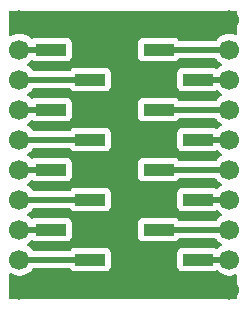
<source format=gbl>
G04 #@! TF.GenerationSoftware,KiCad,Pcbnew,9.0.6*
G04 #@! TF.CreationDate,2025-12-31T23:13:25-06:00*
G04 #@! TF.ProjectId,QFN-16_3x3,51464e2d-3136-45f3-9378-332e6b696361,rev?*
G04 #@! TF.SameCoordinates,Original*
G04 #@! TF.FileFunction,Copper,L2,Bot*
G04 #@! TF.FilePolarity,Positive*
%FSLAX46Y46*%
G04 Gerber Fmt 4.6, Leading zero omitted, Abs format (unit mm)*
G04 Created by KiCad (PCBNEW 9.0.6) date 2025-12-31 23:13:25*
%MOMM*%
%LPD*%
G01*
G04 APERTURE LIST*
G04 Aperture macros list*
%AMRotRect*
0 Rectangle, with rotation*
0 The origin of the aperture is its center*
0 $1 length*
0 $2 width*
0 $3 Rotation angle, in degrees counterclockwise*
0 Add horizontal line*
21,1,$1,$2,0,0,$3*%
G04 Aperture macros list end*
G04 #@! TA.AperFunction,HeatsinkPad*
%ADD10C,0.500000*%
G04 #@! TD*
G04 #@! TA.AperFunction,HeatsinkPad*
%ADD11RotRect,1.700000X1.700000X315.000000*%
G04 #@! TD*
G04 #@! TA.AperFunction,ComponentPad*
%ADD12C,1.700000*%
G04 #@! TD*
G04 #@! TA.AperFunction,SMDPad,CuDef*
%ADD13R,2.510000X1.000000*%
G04 #@! TD*
G04 #@! TA.AperFunction,Conductor*
%ADD14C,0.500000*%
G04 #@! TD*
G04 APERTURE END LIST*
D10*
X130810000Y-117871492D03*
X131658528Y-117022964D03*
D11*
X130810000Y-117022964D03*
D10*
X129961472Y-117022964D03*
X130810000Y-116174436D03*
D12*
X121920000Y-132080000D03*
X121920000Y-129540000D03*
X121920000Y-127000001D03*
X121920000Y-124460000D03*
X121920000Y-121920000D03*
X121920000Y-119380000D03*
X121920000Y-116840000D03*
X121920000Y-114299999D03*
X121920000Y-111760000D03*
X121920000Y-109220000D03*
X139700000Y-132080001D03*
X139700000Y-129540001D03*
X139700000Y-127000001D03*
X139700000Y-124460001D03*
X139700000Y-121920001D03*
X139700000Y-119380001D03*
X139700000Y-116840001D03*
X139700000Y-114300001D03*
X139700000Y-111760001D03*
X139700000Y-109220001D03*
D13*
X124610000Y-132080000D03*
X127920000Y-129540000D03*
X124610000Y-127000000D03*
X127920000Y-124460000D03*
X124610000Y-121920000D03*
X127920000Y-119380000D03*
X124610000Y-116840000D03*
X127920000Y-114300000D03*
X124610000Y-111760000D03*
X127920000Y-109220000D03*
X137010000Y-109220000D03*
X133700000Y-111760000D03*
X137010000Y-114300000D03*
X133700000Y-116840000D03*
X137010000Y-119380000D03*
X133700000Y-121920000D03*
X137010000Y-124460000D03*
X133700000Y-127000000D03*
X137010000Y-129540000D03*
X133700000Y-132080000D03*
D14*
X124610000Y-132080000D02*
X121920000Y-132080000D01*
X133700001Y-132080001D02*
X133700000Y-132080000D01*
X139700000Y-132080001D02*
X133700001Y-132080001D01*
X139699999Y-129540000D02*
X139700000Y-129540001D01*
X137010000Y-129540000D02*
X139699999Y-129540000D01*
X121920000Y-129540000D02*
X127920000Y-129540000D01*
X121920001Y-127000000D02*
X121920000Y-127000001D01*
X124610000Y-127000000D02*
X121920001Y-127000000D01*
X139700000Y-127000001D02*
X133700001Y-127000001D01*
X133700001Y-127000001D02*
X133700000Y-127000000D01*
X137010001Y-124460001D02*
X137010000Y-124460000D01*
X139700000Y-124460001D02*
X137010001Y-124460001D01*
X121920000Y-124460000D02*
X127920000Y-124460000D01*
X124610000Y-121920000D02*
X121920000Y-121920000D01*
X133700001Y-121920001D02*
X133700000Y-121920000D01*
X139700000Y-121920001D02*
X133700001Y-121920001D01*
X139699999Y-119380000D02*
X139700000Y-119380001D01*
X137010000Y-119380000D02*
X139699999Y-119380000D01*
X121920000Y-119380000D02*
X127920000Y-119380000D01*
X124610000Y-116840000D02*
X121920000Y-116840000D01*
X133700001Y-116840001D02*
X133700000Y-116840000D01*
X139700000Y-116840001D02*
X133700001Y-116840001D01*
X139699999Y-114300000D02*
X139700000Y-114300001D01*
X137010000Y-114300000D02*
X139699999Y-114300000D01*
X127919999Y-114299999D02*
X127920000Y-114300000D01*
X121920000Y-114299999D02*
X127919999Y-114299999D01*
X124610000Y-111760000D02*
X121920000Y-111760000D01*
X139700000Y-111760001D02*
X133700001Y-111760001D01*
X133700001Y-111760001D02*
X133700000Y-111760000D01*
X139699999Y-109220000D02*
X139700000Y-109220001D01*
X137010000Y-109220000D02*
X139699999Y-109220000D01*
X127920000Y-109220000D02*
X121920000Y-109220000D01*
G04 #@! TA.AperFunction,Conductor*
G36*
X140284538Y-108473544D02*
G01*
X140330293Y-108526348D01*
X140341499Y-108577859D01*
X140341499Y-110377766D01*
X140321814Y-110444805D01*
X140269010Y-110490560D01*
X140199852Y-110500504D01*
X140179181Y-110495697D01*
X140016240Y-110442754D01*
X139854957Y-110417209D01*
X139806287Y-110409501D01*
X139593713Y-110409501D01*
X139545042Y-110417209D01*
X139383760Y-110442754D01*
X139181585Y-110508445D01*
X138992179Y-110604952D01*
X138820213Y-110729891D01*
X138669892Y-110880212D01*
X138613097Y-110958386D01*
X138557767Y-111001052D01*
X138512779Y-111009501D01*
X135454751Y-111009501D01*
X135387712Y-110989816D01*
X135355485Y-110959813D01*
X135328373Y-110923596D01*
X135312546Y-110902454D01*
X135312544Y-110902453D01*
X135312544Y-110902452D01*
X135197335Y-110816206D01*
X135197328Y-110816202D01*
X135062482Y-110765908D01*
X135062483Y-110765908D01*
X135002883Y-110759501D01*
X135002881Y-110759500D01*
X135002873Y-110759500D01*
X135002864Y-110759500D01*
X132397129Y-110759500D01*
X132397123Y-110759501D01*
X132337516Y-110765908D01*
X132202671Y-110816202D01*
X132202664Y-110816206D01*
X132087455Y-110902452D01*
X132087452Y-110902455D01*
X132001206Y-111017664D01*
X132001202Y-111017671D01*
X131950908Y-111152517D01*
X131944501Y-111212116D01*
X131944501Y-111212123D01*
X131944500Y-111212135D01*
X131944500Y-112307870D01*
X131944501Y-112307876D01*
X131950908Y-112367483D01*
X132001202Y-112502328D01*
X132001206Y-112502335D01*
X132087452Y-112617544D01*
X132087455Y-112617547D01*
X132202664Y-112703793D01*
X132202671Y-112703797D01*
X132337517Y-112754091D01*
X132337516Y-112754091D01*
X132344444Y-112754835D01*
X132397127Y-112760500D01*
X135002872Y-112760499D01*
X135062483Y-112754091D01*
X135197331Y-112703796D01*
X135312546Y-112617546D01*
X135355483Y-112560188D01*
X135411416Y-112518319D01*
X135454749Y-112510501D01*
X138512779Y-112510501D01*
X138579818Y-112530186D01*
X138613097Y-112561616D01*
X138669892Y-112639789D01*
X138820213Y-112790110D01*
X138992182Y-112915051D01*
X139000946Y-112919517D01*
X139051742Y-112967492D01*
X139068536Y-113035313D01*
X139045998Y-113101448D01*
X139000946Y-113140485D01*
X138992182Y-113144950D01*
X138820215Y-113269890D01*
X138712879Y-113377226D01*
X138651556Y-113410710D01*
X138581864Y-113405726D01*
X138550889Y-113388811D01*
X138507331Y-113356204D01*
X138507328Y-113356202D01*
X138372482Y-113305908D01*
X138372483Y-113305908D01*
X138312883Y-113299501D01*
X138312881Y-113299500D01*
X138312873Y-113299500D01*
X138312864Y-113299500D01*
X135707129Y-113299500D01*
X135707123Y-113299501D01*
X135647516Y-113305908D01*
X135512671Y-113356202D01*
X135512664Y-113356206D01*
X135397455Y-113442452D01*
X135397452Y-113442455D01*
X135311206Y-113557664D01*
X135311202Y-113557671D01*
X135260908Y-113692517D01*
X135254501Y-113752116D01*
X135254501Y-113752123D01*
X135254500Y-113752135D01*
X135254500Y-114847870D01*
X135254501Y-114847876D01*
X135260908Y-114907483D01*
X135311202Y-115042328D01*
X135311206Y-115042335D01*
X135397452Y-115157544D01*
X135397455Y-115157547D01*
X135512664Y-115243793D01*
X135512671Y-115243797D01*
X135647517Y-115294091D01*
X135647516Y-115294091D01*
X135654444Y-115294835D01*
X135707127Y-115300500D01*
X138312872Y-115300499D01*
X138372483Y-115294091D01*
X138507331Y-115243796D01*
X138550887Y-115211189D01*
X138616348Y-115186772D01*
X138684621Y-115201622D01*
X138712878Y-115222775D01*
X138820213Y-115330110D01*
X138992182Y-115455051D01*
X139000946Y-115459517D01*
X139051742Y-115507492D01*
X139068536Y-115575313D01*
X139045998Y-115641448D01*
X139000946Y-115680485D01*
X138992182Y-115684950D01*
X138820213Y-115809891D01*
X138669892Y-115960212D01*
X138613097Y-116038386D01*
X138557767Y-116081052D01*
X138512779Y-116089501D01*
X135454751Y-116089501D01*
X135387712Y-116069816D01*
X135355485Y-116039813D01*
X135328373Y-116003596D01*
X135312546Y-115982454D01*
X135312544Y-115982453D01*
X135312544Y-115982452D01*
X135197335Y-115896206D01*
X135197328Y-115896202D01*
X135062482Y-115845908D01*
X135062483Y-115845908D01*
X135002883Y-115839501D01*
X135002881Y-115839500D01*
X135002873Y-115839500D01*
X135002864Y-115839500D01*
X132397129Y-115839500D01*
X132397123Y-115839501D01*
X132337516Y-115845908D01*
X132202671Y-115896202D01*
X132202664Y-115896206D01*
X132087455Y-115982452D01*
X132087452Y-115982455D01*
X132001206Y-116097664D01*
X132001202Y-116097671D01*
X131950908Y-116232517D01*
X131944501Y-116292116D01*
X131944501Y-116292123D01*
X131944500Y-116292135D01*
X131944500Y-117387870D01*
X131944501Y-117387876D01*
X131950908Y-117447483D01*
X132001202Y-117582328D01*
X132001206Y-117582335D01*
X132087452Y-117697544D01*
X132087455Y-117697547D01*
X132202664Y-117783793D01*
X132202671Y-117783797D01*
X132337517Y-117834091D01*
X132337516Y-117834091D01*
X132344444Y-117834835D01*
X132397127Y-117840500D01*
X135002872Y-117840499D01*
X135062483Y-117834091D01*
X135197331Y-117783796D01*
X135312546Y-117697546D01*
X135355483Y-117640188D01*
X135411416Y-117598319D01*
X135454749Y-117590501D01*
X138512779Y-117590501D01*
X138579818Y-117610186D01*
X138613097Y-117641616D01*
X138669892Y-117719789D01*
X138820213Y-117870110D01*
X138992182Y-117995051D01*
X139000946Y-117999517D01*
X139051742Y-118047492D01*
X139068536Y-118115313D01*
X139045998Y-118181448D01*
X139000946Y-118220485D01*
X138992182Y-118224950D01*
X138820215Y-118349890D01*
X138712879Y-118457226D01*
X138651556Y-118490710D01*
X138581864Y-118485726D01*
X138550889Y-118468811D01*
X138507331Y-118436204D01*
X138507328Y-118436202D01*
X138372482Y-118385908D01*
X138372483Y-118385908D01*
X138312883Y-118379501D01*
X138312881Y-118379500D01*
X138312873Y-118379500D01*
X138312864Y-118379500D01*
X135707129Y-118379500D01*
X135707123Y-118379501D01*
X135647516Y-118385908D01*
X135512671Y-118436202D01*
X135512664Y-118436206D01*
X135397455Y-118522452D01*
X135397452Y-118522455D01*
X135311206Y-118637664D01*
X135311202Y-118637671D01*
X135260908Y-118772517D01*
X135254501Y-118832116D01*
X135254501Y-118832123D01*
X135254500Y-118832135D01*
X135254500Y-119927870D01*
X135254501Y-119927876D01*
X135260908Y-119987483D01*
X135311202Y-120122328D01*
X135311206Y-120122335D01*
X135397452Y-120237544D01*
X135397455Y-120237547D01*
X135512664Y-120323793D01*
X135512671Y-120323797D01*
X135647517Y-120374091D01*
X135647516Y-120374091D01*
X135654444Y-120374835D01*
X135707127Y-120380500D01*
X138312872Y-120380499D01*
X138372483Y-120374091D01*
X138507331Y-120323796D01*
X138550887Y-120291189D01*
X138616348Y-120266772D01*
X138684621Y-120281622D01*
X138712878Y-120302775D01*
X138820213Y-120410110D01*
X138992182Y-120535051D01*
X139000946Y-120539517D01*
X139051742Y-120587492D01*
X139068536Y-120655313D01*
X139045998Y-120721448D01*
X139000946Y-120760485D01*
X138992182Y-120764950D01*
X138820213Y-120889891D01*
X138669892Y-121040212D01*
X138613097Y-121118386D01*
X138557767Y-121161052D01*
X138512779Y-121169501D01*
X135454751Y-121169501D01*
X135387712Y-121149816D01*
X135355485Y-121119813D01*
X135328373Y-121083596D01*
X135312546Y-121062454D01*
X135312544Y-121062453D01*
X135312544Y-121062452D01*
X135197335Y-120976206D01*
X135197328Y-120976202D01*
X135062482Y-120925908D01*
X135062483Y-120925908D01*
X135002883Y-120919501D01*
X135002881Y-120919500D01*
X135002873Y-120919500D01*
X135002864Y-120919500D01*
X132397129Y-120919500D01*
X132397123Y-120919501D01*
X132337516Y-120925908D01*
X132202671Y-120976202D01*
X132202664Y-120976206D01*
X132087455Y-121062452D01*
X132087452Y-121062455D01*
X132001206Y-121177664D01*
X132001202Y-121177671D01*
X131950908Y-121312517D01*
X131944501Y-121372116D01*
X131944501Y-121372123D01*
X131944500Y-121372135D01*
X131944500Y-122467870D01*
X131944501Y-122467876D01*
X131950908Y-122527483D01*
X132001202Y-122662328D01*
X132001206Y-122662335D01*
X132087452Y-122777544D01*
X132087455Y-122777547D01*
X132202664Y-122863793D01*
X132202671Y-122863797D01*
X132337517Y-122914091D01*
X132337516Y-122914091D01*
X132344444Y-122914835D01*
X132397127Y-122920500D01*
X135002872Y-122920499D01*
X135062483Y-122914091D01*
X135197331Y-122863796D01*
X135312546Y-122777546D01*
X135355483Y-122720188D01*
X135411416Y-122678319D01*
X135454749Y-122670501D01*
X138512779Y-122670501D01*
X138579818Y-122690186D01*
X138613097Y-122721616D01*
X138669892Y-122799789D01*
X138820213Y-122950110D01*
X138992182Y-123075051D01*
X139000946Y-123079517D01*
X139051742Y-123127492D01*
X139068536Y-123195313D01*
X139045998Y-123261448D01*
X139000946Y-123300485D01*
X138992182Y-123304950D01*
X138820215Y-123429890D01*
X138712879Y-123537226D01*
X138651556Y-123570710D01*
X138581864Y-123565726D01*
X138550889Y-123548811D01*
X138507331Y-123516204D01*
X138507328Y-123516202D01*
X138372482Y-123465908D01*
X138372483Y-123465908D01*
X138312883Y-123459501D01*
X138312881Y-123459500D01*
X138312873Y-123459500D01*
X138312864Y-123459500D01*
X135707129Y-123459500D01*
X135707123Y-123459501D01*
X135647516Y-123465908D01*
X135512671Y-123516202D01*
X135512664Y-123516206D01*
X135397455Y-123602452D01*
X135397452Y-123602455D01*
X135311206Y-123717664D01*
X135311202Y-123717671D01*
X135260908Y-123852517D01*
X135254501Y-123912116D01*
X135254501Y-123912123D01*
X135254500Y-123912135D01*
X135254500Y-125007870D01*
X135254501Y-125007876D01*
X135260908Y-125067483D01*
X135311202Y-125202328D01*
X135311206Y-125202335D01*
X135397452Y-125317544D01*
X135397455Y-125317547D01*
X135512664Y-125403793D01*
X135512671Y-125403797D01*
X135647517Y-125454091D01*
X135647516Y-125454091D01*
X135654444Y-125454835D01*
X135707127Y-125460500D01*
X138312872Y-125460499D01*
X138372483Y-125454091D01*
X138507331Y-125403796D01*
X138550887Y-125371189D01*
X138616348Y-125346772D01*
X138684621Y-125361622D01*
X138712878Y-125382775D01*
X138820213Y-125490110D01*
X138992182Y-125615051D01*
X139000946Y-125619517D01*
X139051742Y-125667492D01*
X139068536Y-125735313D01*
X139045998Y-125801448D01*
X139000946Y-125840485D01*
X138992182Y-125844950D01*
X138820213Y-125969891D01*
X138669892Y-126120212D01*
X138613097Y-126198386D01*
X138557767Y-126241052D01*
X138512779Y-126249501D01*
X135454751Y-126249501D01*
X135387712Y-126229816D01*
X135355485Y-126199813D01*
X135328373Y-126163596D01*
X135312546Y-126142454D01*
X135312544Y-126142453D01*
X135312544Y-126142452D01*
X135197335Y-126056206D01*
X135197328Y-126056202D01*
X135062482Y-126005908D01*
X135062483Y-126005908D01*
X135002883Y-125999501D01*
X135002881Y-125999500D01*
X135002873Y-125999500D01*
X135002864Y-125999500D01*
X132397129Y-125999500D01*
X132397123Y-125999501D01*
X132337516Y-126005908D01*
X132202671Y-126056202D01*
X132202664Y-126056206D01*
X132087455Y-126142452D01*
X132087452Y-126142455D01*
X132001206Y-126257664D01*
X132001202Y-126257671D01*
X131950908Y-126392517D01*
X131944501Y-126452116D01*
X131944501Y-126452123D01*
X131944500Y-126452135D01*
X131944500Y-127547870D01*
X131944501Y-127547876D01*
X131950908Y-127607483D01*
X132001202Y-127742328D01*
X132001206Y-127742335D01*
X132087452Y-127857544D01*
X132087455Y-127857547D01*
X132202664Y-127943793D01*
X132202671Y-127943797D01*
X132337517Y-127994091D01*
X132337516Y-127994091D01*
X132344444Y-127994835D01*
X132397127Y-128000500D01*
X135002872Y-128000499D01*
X135062483Y-127994091D01*
X135197331Y-127943796D01*
X135312546Y-127857546D01*
X135355483Y-127800188D01*
X135411416Y-127758319D01*
X135454749Y-127750501D01*
X138512779Y-127750501D01*
X138579818Y-127770186D01*
X138613097Y-127801616D01*
X138669892Y-127879789D01*
X138820213Y-128030110D01*
X138992182Y-128155051D01*
X139000946Y-128159517D01*
X139051742Y-128207492D01*
X139068536Y-128275313D01*
X139045998Y-128341448D01*
X139000946Y-128380485D01*
X138992182Y-128384950D01*
X138820215Y-128509890D01*
X138712879Y-128617226D01*
X138651556Y-128650710D01*
X138581864Y-128645726D01*
X138550889Y-128628811D01*
X138507331Y-128596204D01*
X138507328Y-128596202D01*
X138372482Y-128545908D01*
X138372483Y-128545908D01*
X138312883Y-128539501D01*
X138312881Y-128539500D01*
X138312873Y-128539500D01*
X138312864Y-128539500D01*
X135707129Y-128539500D01*
X135707123Y-128539501D01*
X135647516Y-128545908D01*
X135512671Y-128596202D01*
X135512664Y-128596206D01*
X135397455Y-128682452D01*
X135397452Y-128682455D01*
X135311206Y-128797664D01*
X135311202Y-128797671D01*
X135260908Y-128932517D01*
X135254501Y-128992116D01*
X135254501Y-128992123D01*
X135254500Y-128992135D01*
X135254500Y-130087870D01*
X135254501Y-130087876D01*
X135260908Y-130147483D01*
X135311202Y-130282328D01*
X135311206Y-130282335D01*
X135397452Y-130397544D01*
X135397455Y-130397547D01*
X135512664Y-130483793D01*
X135512671Y-130483797D01*
X135647517Y-130534091D01*
X135647516Y-130534091D01*
X135654444Y-130534835D01*
X135707127Y-130540500D01*
X138312872Y-130540499D01*
X138372483Y-130534091D01*
X138507331Y-130483796D01*
X138550887Y-130451189D01*
X138616348Y-130426772D01*
X138684621Y-130441622D01*
X138712878Y-130462775D01*
X138820213Y-130570110D01*
X138992179Y-130695049D01*
X138992181Y-130695050D01*
X138992184Y-130695052D01*
X139181588Y-130791558D01*
X139383757Y-130857247D01*
X139593713Y-130890501D01*
X139593714Y-130890501D01*
X139806286Y-130890501D01*
X139806287Y-130890501D01*
X140016243Y-130857247D01*
X140179184Y-130804303D01*
X140249022Y-130802309D01*
X140308855Y-130838389D01*
X140339683Y-130901090D01*
X140341499Y-130922235D01*
X140341499Y-132728859D01*
X140321814Y-132795898D01*
X140269010Y-132841653D01*
X140217499Y-132852859D01*
X121146499Y-132852859D01*
X121079460Y-132833174D01*
X121033705Y-132780370D01*
X121022499Y-132728859D01*
X121022499Y-130800230D01*
X121042184Y-130733191D01*
X121094988Y-130687436D01*
X121164146Y-130677492D01*
X121207662Y-130693193D01*
X121207843Y-130692839D01*
X121210667Y-130694277D01*
X121211288Y-130694502D01*
X121212182Y-130695049D01*
X121212184Y-130695051D01*
X121401588Y-130791557D01*
X121603757Y-130857246D01*
X121813713Y-130890500D01*
X121813714Y-130890500D01*
X122026286Y-130890500D01*
X122026287Y-130890500D01*
X122236243Y-130857246D01*
X122438412Y-130791557D01*
X122627816Y-130695051D01*
X122651984Y-130677492D01*
X122799786Y-130570109D01*
X122799788Y-130570106D01*
X122799792Y-130570104D01*
X122950104Y-130419792D01*
X122966266Y-130397547D01*
X123006903Y-130341615D01*
X123062233Y-130298949D01*
X123107221Y-130290500D01*
X126165249Y-130290500D01*
X126232288Y-130310185D01*
X126264515Y-130340188D01*
X126291627Y-130376404D01*
X126307454Y-130397546D01*
X126307457Y-130397548D01*
X126422664Y-130483793D01*
X126422671Y-130483797D01*
X126557517Y-130534091D01*
X126557516Y-130534091D01*
X126564444Y-130534835D01*
X126617127Y-130540500D01*
X129222872Y-130540499D01*
X129282483Y-130534091D01*
X129417331Y-130483796D01*
X129532546Y-130397546D01*
X129618796Y-130282331D01*
X129669091Y-130147483D01*
X129675500Y-130087873D01*
X129675499Y-128992128D01*
X129669091Y-128932517D01*
X129618796Y-128797669D01*
X129618795Y-128797668D01*
X129618793Y-128797664D01*
X129532547Y-128682455D01*
X129532544Y-128682452D01*
X129417335Y-128596206D01*
X129417328Y-128596202D01*
X129282482Y-128545908D01*
X129282483Y-128545908D01*
X129222883Y-128539501D01*
X129222881Y-128539500D01*
X129222873Y-128539500D01*
X129222864Y-128539500D01*
X126617129Y-128539500D01*
X126617123Y-128539501D01*
X126557516Y-128545908D01*
X126422671Y-128596202D01*
X126422664Y-128596206D01*
X126307457Y-128682451D01*
X126307451Y-128682457D01*
X126264515Y-128739812D01*
X126208581Y-128781682D01*
X126165249Y-128789500D01*
X123107221Y-128789500D01*
X123040182Y-128769815D01*
X123006903Y-128738385D01*
X122950107Y-128660211D01*
X122799786Y-128509890D01*
X122627817Y-128384949D01*
X122619054Y-128380484D01*
X122568258Y-128332509D01*
X122551464Y-128264688D01*
X122574002Y-128198553D01*
X122619058Y-128159514D01*
X122627816Y-128155052D01*
X122649789Y-128139087D01*
X122799786Y-128030110D01*
X122799788Y-128030107D01*
X122799792Y-128030105D01*
X122907121Y-127922776D01*
X122968444Y-127889291D01*
X123038136Y-127894275D01*
X123069113Y-127911190D01*
X123112669Y-127943796D01*
X123112670Y-127943796D01*
X123112671Y-127943797D01*
X123247517Y-127994091D01*
X123247516Y-127994091D01*
X123254444Y-127994835D01*
X123307127Y-128000500D01*
X125912872Y-128000499D01*
X125972483Y-127994091D01*
X126107331Y-127943796D01*
X126222546Y-127857546D01*
X126308796Y-127742331D01*
X126359091Y-127607483D01*
X126365500Y-127547873D01*
X126365499Y-126452128D01*
X126359091Y-126392517D01*
X126308796Y-126257669D01*
X126308795Y-126257668D01*
X126308793Y-126257664D01*
X126222547Y-126142455D01*
X126222544Y-126142452D01*
X126107335Y-126056206D01*
X126107328Y-126056202D01*
X125972482Y-126005908D01*
X125972483Y-126005908D01*
X125912883Y-125999501D01*
X125912881Y-125999500D01*
X125912873Y-125999500D01*
X125912864Y-125999500D01*
X123307129Y-125999500D01*
X123307123Y-125999501D01*
X123247516Y-126005908D01*
X123112671Y-126056202D01*
X123112665Y-126056205D01*
X123069109Y-126088811D01*
X123003644Y-126113227D01*
X122935372Y-126098374D01*
X122907119Y-126077224D01*
X122799786Y-125969891D01*
X122627817Y-125844950D01*
X122619052Y-125840484D01*
X122568257Y-125792509D01*
X122551462Y-125724688D01*
X122574000Y-125658553D01*
X122619056Y-125619514D01*
X122627816Y-125615051D01*
X122627818Y-125615049D01*
X122627821Y-125615048D01*
X122799786Y-125490109D01*
X122799788Y-125490106D01*
X122799792Y-125490104D01*
X122950104Y-125339792D01*
X122966266Y-125317547D01*
X123006903Y-125261615D01*
X123062233Y-125218949D01*
X123107221Y-125210500D01*
X126165249Y-125210500D01*
X126232288Y-125230185D01*
X126264515Y-125260188D01*
X126291627Y-125296404D01*
X126307454Y-125317546D01*
X126307457Y-125317548D01*
X126422664Y-125403793D01*
X126422671Y-125403797D01*
X126557517Y-125454091D01*
X126557516Y-125454091D01*
X126564444Y-125454835D01*
X126617127Y-125460500D01*
X129222872Y-125460499D01*
X129282483Y-125454091D01*
X129417331Y-125403796D01*
X129532546Y-125317546D01*
X129618796Y-125202331D01*
X129669091Y-125067483D01*
X129675500Y-125007873D01*
X129675499Y-123912128D01*
X129669091Y-123852517D01*
X129618796Y-123717669D01*
X129618795Y-123717668D01*
X129618793Y-123717664D01*
X129532547Y-123602455D01*
X129532544Y-123602452D01*
X129417335Y-123516206D01*
X129417328Y-123516202D01*
X129282482Y-123465908D01*
X129282483Y-123465908D01*
X129222883Y-123459501D01*
X129222881Y-123459500D01*
X129222873Y-123459500D01*
X129222864Y-123459500D01*
X126617129Y-123459500D01*
X126617123Y-123459501D01*
X126557516Y-123465908D01*
X126422671Y-123516202D01*
X126422664Y-123516206D01*
X126307457Y-123602451D01*
X126307451Y-123602457D01*
X126264515Y-123659812D01*
X126208581Y-123701682D01*
X126165249Y-123709500D01*
X123107221Y-123709500D01*
X123040182Y-123689815D01*
X123006903Y-123658385D01*
X122950107Y-123580211D01*
X122799786Y-123429890D01*
X122627820Y-123304951D01*
X122627115Y-123304591D01*
X122619054Y-123300485D01*
X122568259Y-123252512D01*
X122551463Y-123184692D01*
X122573999Y-123118556D01*
X122619054Y-123079515D01*
X122627816Y-123075051D01*
X122799792Y-122950104D01*
X122907123Y-122842772D01*
X122968442Y-122809290D01*
X123038134Y-122814274D01*
X123069112Y-122831189D01*
X123112669Y-122863796D01*
X123112671Y-122863797D01*
X123247517Y-122914091D01*
X123247516Y-122914091D01*
X123254444Y-122914835D01*
X123307127Y-122920500D01*
X125912872Y-122920499D01*
X125972483Y-122914091D01*
X126107331Y-122863796D01*
X126222546Y-122777546D01*
X126308796Y-122662331D01*
X126359091Y-122527483D01*
X126365500Y-122467873D01*
X126365499Y-121372128D01*
X126359091Y-121312517D01*
X126308796Y-121177669D01*
X126308795Y-121177668D01*
X126308793Y-121177664D01*
X126222547Y-121062455D01*
X126222544Y-121062452D01*
X126107335Y-120976206D01*
X126107328Y-120976202D01*
X125972482Y-120925908D01*
X125972483Y-120925908D01*
X125912883Y-120919501D01*
X125912881Y-120919500D01*
X125912873Y-120919500D01*
X125912864Y-120919500D01*
X123307129Y-120919500D01*
X123307123Y-120919501D01*
X123247516Y-120925908D01*
X123112671Y-120976202D01*
X123112664Y-120976206D01*
X123069111Y-121008810D01*
X123003647Y-121033227D01*
X122935374Y-121018375D01*
X122907120Y-120997224D01*
X122799786Y-120889890D01*
X122627820Y-120764951D01*
X122627115Y-120764591D01*
X122619054Y-120760485D01*
X122568259Y-120712512D01*
X122551463Y-120644692D01*
X122573999Y-120578556D01*
X122619054Y-120539515D01*
X122627816Y-120535051D01*
X122649789Y-120519086D01*
X122799786Y-120410109D01*
X122799788Y-120410106D01*
X122799792Y-120410104D01*
X122950104Y-120259792D01*
X122966266Y-120237547D01*
X123006903Y-120181615D01*
X123062233Y-120138949D01*
X123107221Y-120130500D01*
X126165249Y-120130500D01*
X126232288Y-120150185D01*
X126264515Y-120180188D01*
X126291627Y-120216404D01*
X126307454Y-120237546D01*
X126307457Y-120237548D01*
X126422664Y-120323793D01*
X126422671Y-120323797D01*
X126557517Y-120374091D01*
X126557516Y-120374091D01*
X126564444Y-120374835D01*
X126617127Y-120380500D01*
X129222872Y-120380499D01*
X129282483Y-120374091D01*
X129417331Y-120323796D01*
X129532546Y-120237546D01*
X129618796Y-120122331D01*
X129669091Y-119987483D01*
X129675500Y-119927873D01*
X129675499Y-118832128D01*
X129669091Y-118772517D01*
X129618796Y-118637669D01*
X129618795Y-118637668D01*
X129618793Y-118637664D01*
X129532547Y-118522455D01*
X129532544Y-118522452D01*
X129417335Y-118436206D01*
X129417328Y-118436202D01*
X129282482Y-118385908D01*
X129282483Y-118385908D01*
X129222883Y-118379501D01*
X129222881Y-118379500D01*
X129222873Y-118379500D01*
X129222864Y-118379500D01*
X126617129Y-118379500D01*
X126617123Y-118379501D01*
X126557516Y-118385908D01*
X126422671Y-118436202D01*
X126422664Y-118436206D01*
X126307457Y-118522451D01*
X126307451Y-118522457D01*
X126264515Y-118579812D01*
X126208581Y-118621682D01*
X126165249Y-118629500D01*
X123107221Y-118629500D01*
X123040182Y-118609815D01*
X123006903Y-118578385D01*
X122950107Y-118500211D01*
X122799786Y-118349890D01*
X122627820Y-118224951D01*
X122627115Y-118224591D01*
X122619054Y-118220485D01*
X122568259Y-118172512D01*
X122551463Y-118104692D01*
X122573999Y-118038556D01*
X122619054Y-117999515D01*
X122627816Y-117995051D01*
X122799792Y-117870104D01*
X122907123Y-117762772D01*
X122968442Y-117729290D01*
X123038134Y-117734274D01*
X123069112Y-117751189D01*
X123112669Y-117783796D01*
X123112671Y-117783797D01*
X123247517Y-117834091D01*
X123247516Y-117834091D01*
X123254444Y-117834835D01*
X123307127Y-117840500D01*
X125912872Y-117840499D01*
X125972483Y-117834091D01*
X126107331Y-117783796D01*
X126222546Y-117697546D01*
X126308796Y-117582331D01*
X126359091Y-117447483D01*
X126365500Y-117387873D01*
X126365499Y-116292128D01*
X126359091Y-116232517D01*
X126308796Y-116097669D01*
X126308795Y-116097668D01*
X126308793Y-116097664D01*
X126222547Y-115982455D01*
X126222544Y-115982452D01*
X126107335Y-115896206D01*
X126107328Y-115896202D01*
X125972482Y-115845908D01*
X125972483Y-115845908D01*
X125912883Y-115839501D01*
X125912881Y-115839500D01*
X125912873Y-115839500D01*
X125912864Y-115839500D01*
X123307129Y-115839500D01*
X123307123Y-115839501D01*
X123247516Y-115845908D01*
X123112671Y-115896202D01*
X123112664Y-115896206D01*
X123069111Y-115928810D01*
X123003647Y-115953227D01*
X122935374Y-115938375D01*
X122907120Y-115917224D01*
X122799786Y-115809890D01*
X122627817Y-115684949D01*
X122619052Y-115680483D01*
X122568257Y-115632508D01*
X122551462Y-115564687D01*
X122574000Y-115498552D01*
X122619056Y-115459513D01*
X122627816Y-115455050D01*
X122627818Y-115455048D01*
X122627821Y-115455047D01*
X122799786Y-115330108D01*
X122799788Y-115330105D01*
X122799792Y-115330103D01*
X122950104Y-115179791D01*
X122966267Y-115157544D01*
X123006903Y-115101614D01*
X123062233Y-115058948D01*
X123107221Y-115050499D01*
X126165249Y-115050499D01*
X126232288Y-115070184D01*
X126264515Y-115100187D01*
X126307455Y-115157547D01*
X126422664Y-115243793D01*
X126422671Y-115243797D01*
X126557517Y-115294091D01*
X126557516Y-115294091D01*
X126564444Y-115294835D01*
X126617127Y-115300500D01*
X129222872Y-115300499D01*
X129282483Y-115294091D01*
X129417331Y-115243796D01*
X129532546Y-115157546D01*
X129618796Y-115042331D01*
X129669091Y-114907483D01*
X129675500Y-114847873D01*
X129675499Y-113752128D01*
X129669091Y-113692517D01*
X129618796Y-113557669D01*
X129618795Y-113557668D01*
X129618793Y-113557664D01*
X129532547Y-113442455D01*
X129532544Y-113442452D01*
X129417335Y-113356206D01*
X129417328Y-113356202D01*
X129282482Y-113305908D01*
X129282483Y-113305908D01*
X129222883Y-113299501D01*
X129222881Y-113299500D01*
X129222873Y-113299500D01*
X129222864Y-113299500D01*
X126617129Y-113299500D01*
X126617123Y-113299501D01*
X126557516Y-113305908D01*
X126422671Y-113356202D01*
X126422664Y-113356206D01*
X126307456Y-113442452D01*
X126307455Y-113442453D01*
X126307454Y-113442454D01*
X126264516Y-113499811D01*
X126208584Y-113541681D01*
X126165251Y-113549499D01*
X123107221Y-113549499D01*
X123040182Y-113529814D01*
X123006903Y-113498384D01*
X122950107Y-113420210D01*
X122799786Y-113269889D01*
X122627817Y-113144948D01*
X122619054Y-113140483D01*
X122568258Y-113092508D01*
X122551464Y-113024687D01*
X122574002Y-112958552D01*
X122619058Y-112919513D01*
X122627816Y-112915051D01*
X122799792Y-112790104D01*
X122907123Y-112682772D01*
X122968442Y-112649290D01*
X123038134Y-112654274D01*
X123069112Y-112671189D01*
X123112669Y-112703796D01*
X123112671Y-112703797D01*
X123247517Y-112754091D01*
X123247516Y-112754091D01*
X123254444Y-112754835D01*
X123307127Y-112760500D01*
X125912872Y-112760499D01*
X125972483Y-112754091D01*
X126107331Y-112703796D01*
X126222546Y-112617546D01*
X126308796Y-112502331D01*
X126359091Y-112367483D01*
X126365500Y-112307873D01*
X126365499Y-111212128D01*
X126359091Y-111152517D01*
X126308796Y-111017669D01*
X126308795Y-111017668D01*
X126308793Y-111017664D01*
X126222547Y-110902455D01*
X126222544Y-110902452D01*
X126107335Y-110816206D01*
X126107328Y-110816202D01*
X125972482Y-110765908D01*
X125972483Y-110765908D01*
X125912883Y-110759501D01*
X125912881Y-110759500D01*
X125912873Y-110759500D01*
X125912864Y-110759500D01*
X123307129Y-110759500D01*
X123307123Y-110759501D01*
X123247516Y-110765908D01*
X123112671Y-110816202D01*
X123112664Y-110816206D01*
X123069111Y-110848810D01*
X123003647Y-110873227D01*
X122935374Y-110858375D01*
X122907120Y-110837224D01*
X122799786Y-110729890D01*
X122627820Y-110604951D01*
X122438414Y-110508444D01*
X122438413Y-110508443D01*
X122438412Y-110508443D01*
X122236243Y-110442754D01*
X122236241Y-110442753D01*
X122236240Y-110442753D01*
X122074957Y-110417208D01*
X122026287Y-110409500D01*
X121813713Y-110409500D01*
X121765042Y-110417208D01*
X121603760Y-110442753D01*
X121401585Y-110508444D01*
X121212172Y-110604955D01*
X121211273Y-110605506D01*
X121210885Y-110605610D01*
X121207843Y-110607161D01*
X121207517Y-110606521D01*
X121143825Y-110623740D01*
X121077225Y-110602614D01*
X121032620Y-110548836D01*
X121022499Y-110499769D01*
X121022499Y-108577859D01*
X121042184Y-108510820D01*
X121094988Y-108465065D01*
X121146499Y-108453859D01*
X140217499Y-108453859D01*
X140284538Y-108473544D01*
G37*
G04 #@! TD.AperFunction*
M02*

</source>
